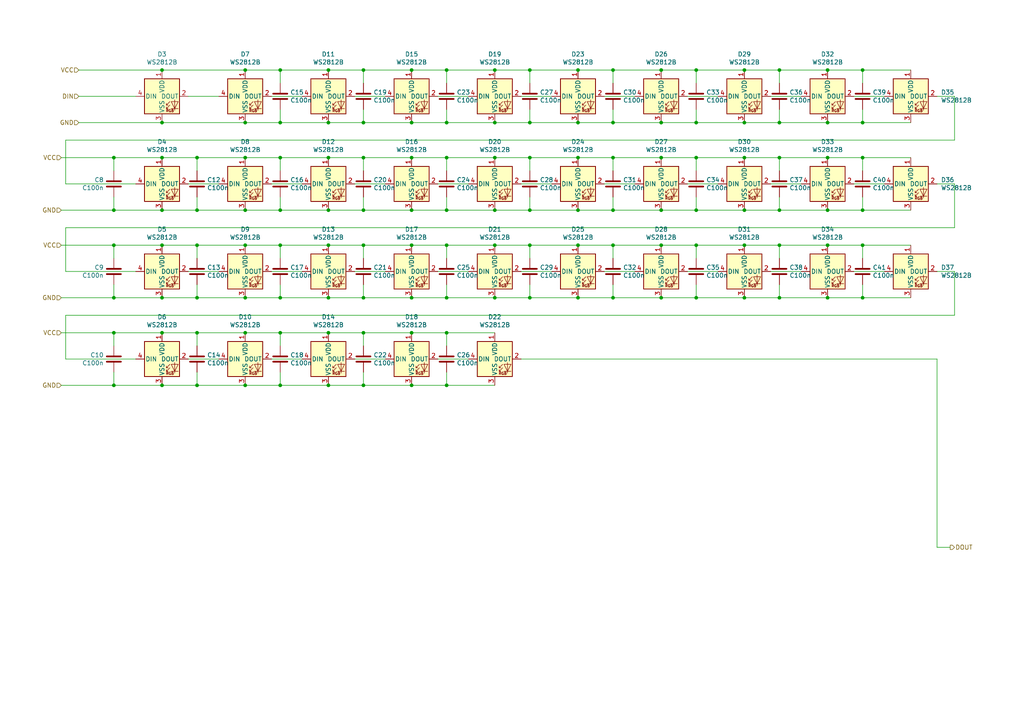
<source format=kicad_sch>
(kicad_sch (version 20231120) (generator "eeschema") (generator_version "8.0")
  (paper "A4")
  (lib_symbols
    (symbol "Device:C" (pin_numbers hide) (pin_names (offset 0.254))
      (property "Reference" "C" (at 0.635 2.54 0))
      (property "Value" "C" (at 0.635 -2.54 0))
      (symbol "C_1_1"
        (pin passive line (at 0 3.81 270) (length 2.794) (name "~") (number "1"))
        (pin passive line (at 0 -3.81 90) (length 2.794) (name "~") (number "2"))
      )
    )
    (symbol "LED:WS2812B" (pin_names (offset 0.254))
      (property "Reference" "D" (at 5.08 5.715 0))
      (property "Value" "WS2812B" (at 1.27 -5.715 0))
      (symbol "WS2812B_0_0"
        (text "RGB" (at 2.286 -4.191 0) (effects (font (size 0.762 0.762))))
      )
      (symbol "WS2812B_1_1"
        (pin power_in line (at 0 7.62 270) (length 2.54) (name "VDD") (number "1"))
        (pin output line (at 7.62 0 180) (length 2.54) (name "DOUT") (number "2"))
        (pin power_in line (at 0 -7.62 90) (length 2.54) (name "VSS") (number "3"))
        (pin input line (at -7.62 0 0) (length 2.54) (name "DIN") (number "4"))
      )
    )
  )
  (junction (at 129.54 45.72) (diameter 0.9144))
  (junction (at 33.02 96.52) (diameter 0.9144))
  (junction (at 95.25 71.12) (diameter 0.9144))
  (junction (at 46.99 111.76) (diameter 0.9144))
  (junction (at 129.54 96.52) (diameter 0.9144))
  (junction (at 215.9 86.36) (diameter 0.9144))
  (junction (at 191.77 60.96) (diameter 0.9144))
  (junction (at 81.28 20.32) (diameter 0.9144))
  (junction (at 240.03 71.12) (diameter 0.9144))
  (junction (at 57.15 60.96) (diameter 0.9144))
  (junction (at 250.19 35.56) (diameter 0.9144))
  (junction (at 177.8 45.72) (diameter 0.9144))
  (junction (at 46.99 60.96) (diameter 0.9144))
  (junction (at 119.38 20.32) (diameter 0.9144))
  (junction (at 201.93 20.32) (diameter 0.9144))
  (junction (at 71.12 71.12) (diameter 0.9144))
  (junction (at 119.38 71.12) (diameter 0.9144))
  (junction (at 129.54 60.96) (diameter 0.9144))
  (junction (at 191.77 35.56) (diameter 0.9144))
  (junction (at 201.93 45.72) (diameter 0.9144))
  (junction (at 250.19 45.72) (diameter 0.9144))
  (junction (at 215.9 71.12) (diameter 0.9144))
  (junction (at 240.03 35.56) (diameter 0.9144))
  (junction (at 46.99 35.56) (diameter 0.9144))
  (junction (at 95.25 86.36) (diameter 0.9144))
  (junction (at 95.25 35.56) (diameter 0.9144))
  (junction (at 119.38 86.36) (diameter 0.9144))
  (junction (at 71.12 45.72) (diameter 0.9144))
  (junction (at 105.41 35.56) (diameter 0.9144))
  (junction (at 240.03 45.72) (diameter 0.9144))
  (junction (at 153.67 86.36) (diameter 0.9144))
  (junction (at 143.51 45.72) (diameter 0.9144))
  (junction (at 95.25 20.32) (diameter 0.9144))
  (junction (at 71.12 96.52) (diameter 0.9144))
  (junction (at 226.06 20.32) (diameter 0.9144))
  (junction (at 81.28 86.36) (diameter 0.9144))
  (junction (at 177.8 86.36) (diameter 0.9144))
  (junction (at 250.19 60.96) (diameter 0.9144))
  (junction (at 191.77 71.12) (diameter 0.9144))
  (junction (at 46.99 86.36) (diameter 0.9144))
  (junction (at 143.51 71.12) (diameter 0.9144))
  (junction (at 167.64 60.96) (diameter 0.9144))
  (junction (at 129.54 86.36) (diameter 0.9144))
  (junction (at 226.06 86.36) (diameter 0.9144))
  (junction (at 57.15 111.76) (diameter 0.9144))
  (junction (at 153.67 60.96) (diameter 0.9144))
  (junction (at 71.12 35.56) (diameter 0.9144))
  (junction (at 81.28 111.76) (diameter 0.9144))
  (junction (at 46.99 71.12) (diameter 0.9144))
  (junction (at 215.9 20.32) (diameter 0.9144))
  (junction (at 191.77 45.72) (diameter 0.9144))
  (junction (at 81.28 96.52) (diameter 0.9144))
  (junction (at 81.28 35.56) (diameter 0.9144))
  (junction (at 240.03 20.32) (diameter 0.9144))
  (junction (at 46.99 96.52) (diameter 0.9144))
  (junction (at 119.38 60.96) (diameter 0.9144))
  (junction (at 57.15 71.12) (diameter 0.9144))
  (junction (at 33.02 86.36) (diameter 0.9144))
  (junction (at 143.51 60.96) (diameter 0.9144))
  (junction (at 240.03 60.96) (diameter 0.9144))
  (junction (at 191.77 20.32) (diameter 0.9144))
  (junction (at 105.41 60.96) (diameter 0.9144))
  (junction (at 167.64 35.56) (diameter 0.9144))
  (junction (at 129.54 111.76) (diameter 0.9144))
  (junction (at 201.93 71.12) (diameter 0.9144))
  (junction (at 153.67 45.72) (diameter 0.9144))
  (junction (at 129.54 35.56) (diameter 0.9144))
  (junction (at 57.15 96.52) (diameter 0.9144))
  (junction (at 95.25 111.76) (diameter 0.9144))
  (junction (at 153.67 20.32) (diameter 0.9144))
  (junction (at 215.9 35.56) (diameter 0.9144))
  (junction (at 177.8 20.32) (diameter 0.9144))
  (junction (at 46.99 45.72) (diameter 0.9144))
  (junction (at 226.06 71.12) (diameter 0.9144))
  (junction (at 33.02 71.12) (diameter 0.9144))
  (junction (at 201.93 35.56) (diameter 0.9144))
  (junction (at 105.41 45.72) (diameter 0.9144))
  (junction (at 153.67 35.56) (diameter 0.9144))
  (junction (at 143.51 86.36) (diameter 0.9144))
  (junction (at 215.9 45.72) (diameter 0.9144))
  (junction (at 177.8 60.96) (diameter 0.9144))
  (junction (at 119.38 45.72) (diameter 0.9144))
  (junction (at 119.38 96.52) (diameter 0.9144))
  (junction (at 71.12 20.32) (diameter 0.9144))
  (junction (at 81.28 60.96) (diameter 0.9144))
  (junction (at 167.64 86.36) (diameter 0.9144))
  (junction (at 46.99 20.32) (diameter 0.9144))
  (junction (at 177.8 71.12) (diameter 0.9144))
  (junction (at 167.64 20.32) (diameter 0.9144))
  (junction (at 167.64 71.12) (diameter 0.9144))
  (junction (at 81.28 71.12) (diameter 0.9144))
  (junction (at 215.9 60.96) (diameter 0.9144))
  (junction (at 105.41 71.12) (diameter 0.9144))
  (junction (at 105.41 20.32) (diameter 0.9144))
  (junction (at 226.06 45.72) (diameter 0.9144))
  (junction (at 250.19 20.32) (diameter 0.9144))
  (junction (at 33.02 111.76) (diameter 0.9144))
  (junction (at 95.25 60.96) (diameter 0.9144))
  (junction (at 153.67 71.12) (diameter 0.9144))
  (junction (at 33.02 45.72) (diameter 0.9144))
  (junction (at 71.12 111.76) (diameter 0.9144))
  (junction (at 71.12 60.96) (diameter 0.9144))
  (junction (at 71.12 86.36) (diameter 0.9144))
  (junction (at 57.15 45.72) (diameter 0.9144))
  (junction (at 129.54 71.12) (diameter 0.9144))
  (junction (at 143.51 35.56) (diameter 0.9144))
  (junction (at 177.8 35.56) (diameter 0.9144))
  (junction (at 95.25 45.72) (diameter 0.9144))
  (junction (at 226.06 60.96) (diameter 0.9144))
  (junction (at 250.19 71.12) (diameter 0.9144))
  (junction (at 167.64 45.72) (diameter 0.9144))
  (junction (at 105.41 111.76) (diameter 0.9144))
  (junction (at 201.93 86.36) (diameter 0.9144))
  (junction (at 119.38 111.76) (diameter 0.9144))
  (junction (at 191.77 86.36) (diameter 0.9144))
  (junction (at 81.28 45.72) (diameter 0.9144))
  (junction (at 95.25 96.52) (diameter 0.9144))
  (junction (at 57.15 86.36) (diameter 0.9144))
  (junction (at 250.19 86.36) (diameter 0.9144))
  (junction (at 119.38 35.56) (diameter 0.9144))
  (junction (at 105.41 96.52) (diameter 0.9144))
  (junction (at 33.02 60.96) (diameter 0.9144))
  (junction (at 129.54 20.32) (diameter 0.9144))
  (junction (at 240.03 86.36) (diameter 0.9144))
  (junction (at 226.06 35.56) (diameter 0.9144))
  (junction (at 201.93 60.96) (diameter 0.9144))
  (junction (at 143.51 20.32) (diameter 0.9144))
  (junction (at 105.41 86.36) (diameter 0.9144))
  (wire (pts (xy 102.87 27.94) (xy 111.76 27.94)))
  (wire (pts (xy 240.03 20.32) (xy 226.06 20.32)))
  (wire (pts (xy 105.41 60.96) (xy 95.25 60.96)))
  (wire (pts (xy 191.77 60.96) (xy 177.8 60.96)))
  (wire (pts (xy 102.87 53.34) (xy 111.76 53.34)))
  (wire (pts (xy 81.28 86.36) (xy 81.28 82.55)))
  (wire (pts (xy 226.06 86.36) (xy 215.9 86.36)))
  (wire (pts (xy 240.03 86.36) (xy 226.06 86.36)))
  (wire (pts (xy 223.52 27.94) (xy 232.41 27.94)))
  (wire (pts (xy 127 104.14) (xy 135.89 104.14)))
  (wire (pts (xy 226.06 74.93) (xy 226.06 71.12)))
  (wire (pts (xy 81.28 60.96) (xy 81.28 57.15)))
  (wire (pts (xy 105.41 111.76) (xy 105.41 107.95)))
  (wire (pts (xy 250.19 86.36) (xy 240.03 86.36)))
  (wire (pts (xy 151.13 53.34) (xy 160.02 53.34)))
  (wire (pts (xy 129.54 111.76) (xy 129.54 107.95)))
  (wire (pts (xy 177.8 35.56) (xy 167.64 35.56)))
  (wire (pts (xy 46.99 111.76) (xy 33.02 111.76)))
  (wire (pts (xy 167.64 71.12) (xy 153.67 71.12)))
  (wire (pts (xy 151.13 78.74) (xy 160.02 78.74)))
  (wire (pts (xy 276.86 53.34) (xy 271.78 53.34)))
  (wire (pts (xy 226.06 45.72) (xy 215.9 45.72)))
  (wire (pts (xy 191.77 45.72) (xy 177.8 45.72)))
  (wire (pts (xy 175.26 53.34) (xy 184.15 53.34)))
  (wire (pts (xy 143.51 96.52) (xy 129.54 96.52)))
  (wire (pts (xy 105.41 60.96) (xy 105.41 57.15)))
  (wire (pts (xy 119.38 35.56) (xy 105.41 35.56)))
  (wire (pts (xy 119.38 60.96) (xy 105.41 60.96)))
  (wire (pts (xy 81.28 35.56) (xy 71.12 35.56)))
  (wire (pts (xy 129.54 86.36) (xy 119.38 86.36)))
  (wire (pts (xy 264.16 86.36) (xy 250.19 86.36)))
  (wire (pts (xy 119.38 45.72) (xy 105.41 45.72)))
  (wire (pts (xy 151.13 27.94) (xy 160.02 27.94)))
  (wire (pts (xy 57.15 45.72) (xy 46.99 45.72)))
  (wire (pts (xy 19.05 91.44) (xy 19.05 104.14)))
  (wire (pts (xy 226.06 86.36) (xy 226.06 82.55)))
  (wire (pts (xy 143.51 20.32) (xy 129.54 20.32)))
  (wire (pts (xy 250.19 86.36) (xy 250.19 82.55)))
  (wire (pts (xy 177.8 74.93) (xy 177.8 71.12)))
  (wire (pts (xy 71.12 60.96) (xy 57.15 60.96)))
  (wire (pts (xy 57.15 111.76) (xy 57.15 107.95)))
  (wire (pts (xy 191.77 20.32) (xy 177.8 20.32)))
  (wire (pts (xy 127 27.94) (xy 135.89 27.94)))
  (wire (pts (xy 250.19 35.56) (xy 250.19 31.75)))
  (wire (pts (xy 226.06 60.96) (xy 215.9 60.96)))
  (wire (pts (xy 167.64 86.36) (xy 153.67 86.36)))
  (wire (pts (xy 19.05 104.14) (xy 39.37 104.14)))
  (wire (pts (xy 22.86 27.94) (xy 39.37 27.94)))
  (wire (pts (xy 46.99 35.56) (xy 71.12 35.56)))
  (wire (pts (xy 215.9 35.56) (xy 201.93 35.56)))
  (wire (pts (xy 81.28 60.96) (xy 71.12 60.96)))
  (wire (pts (xy 247.65 53.34) (xy 256.54 53.34)))
  (wire (pts (xy 226.06 24.13) (xy 226.06 20.32)))
  (wire (pts (xy 105.41 45.72) (xy 95.25 45.72)))
  (wire (pts (xy 33.02 100.33) (xy 33.02 96.52)))
  (wire (pts (xy 95.25 35.56) (xy 81.28 35.56)))
  (wire (pts (xy 105.41 20.32) (xy 95.25 20.32)))
  (wire (pts (xy 167.64 45.72) (xy 153.67 45.72)))
  (wire (pts (xy 71.12 86.36) (xy 57.15 86.36)))
  (wire (pts (xy 201.93 24.13) (xy 201.93 20.32)))
  (wire (pts (xy 215.9 20.32) (xy 201.93 20.32)))
  (wire (pts (xy 201.93 20.32) (xy 191.77 20.32)))
  (wire (pts (xy 201.93 86.36) (xy 201.93 82.55)))
  (wire (pts (xy 276.86 78.74) (xy 276.86 91.44)))
  (wire (pts (xy 119.38 111.76) (xy 105.41 111.76)))
  (wire (pts (xy 71.12 71.12) (xy 57.15 71.12)))
  (wire (pts (xy 201.93 74.93) (xy 201.93 71.12)))
  (wire (pts (xy 250.19 45.72) (xy 240.03 45.72)))
  (wire (pts (xy 127 78.74) (xy 135.89 78.74)))
  (wire (pts (xy 167.64 60.96) (xy 153.67 60.96)))
  (wire (pts (xy 95.25 86.36) (xy 81.28 86.36)))
  (wire (pts (xy 17.78 96.52) (xy 33.02 96.52)))
  (wire (pts (xy 102.87 104.14) (xy 111.76 104.14)))
  (wire (pts (xy 57.15 74.93) (xy 57.15 71.12)))
  (wire (pts (xy 153.67 86.36) (xy 143.51 86.36)))
  (wire (pts (xy 199.39 53.34) (xy 208.28 53.34)))
  (wire (pts (xy 71.12 111.76) (xy 57.15 111.76)))
  (wire (pts (xy 129.54 49.53) (xy 129.54 45.72)))
  (wire (pts (xy 215.9 45.72) (xy 201.93 45.72)))
  (wire (pts (xy 33.02 74.93) (xy 33.02 71.12)))
  (wire (pts (xy 57.15 111.76) (xy 46.99 111.76)))
  (wire (pts (xy 226.06 35.56) (xy 215.9 35.56)))
  (wire (pts (xy 264.16 20.32) (xy 250.19 20.32)))
  (wire (pts (xy 153.67 86.36) (xy 153.67 82.55)))
  (wire (pts (xy 153.67 35.56) (xy 153.67 31.75)))
  (wire (pts (xy 240.03 71.12) (xy 226.06 71.12)))
  (wire (pts (xy 105.41 35.56) (xy 105.41 31.75)))
  (wire (pts (xy 33.02 49.53) (xy 33.02 45.72)))
  (wire (pts (xy 201.93 60.96) (xy 191.77 60.96)))
  (wire (pts (xy 105.41 100.33) (xy 105.41 96.52)))
  (wire (pts (xy 57.15 86.36) (xy 57.15 82.55)))
  (wire (pts (xy 78.74 78.74) (xy 87.63 78.74)))
  (wire (pts (xy 201.93 60.96) (xy 201.93 57.15)))
  (wire (pts (xy 54.61 53.34) (xy 63.5 53.34)))
  (wire (pts (xy 81.28 24.13) (xy 81.28 20.32)))
  (wire (pts (xy 105.41 49.53) (xy 105.41 45.72)))
  (wire (pts (xy 153.67 60.96) (xy 153.67 57.15)))
  (wire (pts (xy 177.8 86.36) (xy 167.64 86.36)))
  (wire (pts (xy 175.26 78.74) (xy 184.15 78.74)))
  (wire (pts (xy 95.25 111.76) (xy 81.28 111.76)))
  (wire (pts (xy 129.54 35.56) (xy 119.38 35.56)))
  (wire (pts (xy 17.78 71.12) (xy 33.02 71.12)))
  (wire (pts (xy 143.51 86.36) (xy 129.54 86.36)))
  (wire (pts (xy 271.78 104.14) (xy 271.78 158.75)))
  (wire (pts (xy 105.41 35.56) (xy 95.25 35.56)))
  (wire (pts (xy 226.06 60.96) (xy 226.06 57.15)))
  (wire (pts (xy 250.19 20.32) (xy 240.03 20.32)))
  (wire (pts (xy 81.28 35.56) (xy 81.28 31.75)))
  (wire (pts (xy 81.28 111.76) (xy 71.12 111.76)))
  (wire (pts (xy 143.51 60.96) (xy 129.54 60.96)))
  (wire (pts (xy 105.41 74.93) (xy 105.41 71.12)))
  (wire (pts (xy 240.03 45.72) (xy 226.06 45.72)))
  (wire (pts (xy 105.41 96.52) (xy 95.25 96.52)))
  (wire (pts (xy 199.39 78.74) (xy 208.28 78.74)))
  (wire (pts (xy 57.15 86.36) (xy 46.99 86.36)))
  (wire (pts (xy 177.8 60.96) (xy 167.64 60.96)))
  (wire (pts (xy 215.9 71.12) (xy 201.93 71.12)))
  (wire (pts (xy 129.54 35.56) (xy 129.54 31.75)))
  (wire (pts (xy 78.74 104.14) (xy 87.63 104.14)))
  (wire (pts (xy 201.93 35.56) (xy 201.93 31.75)))
  (wire (pts (xy 143.51 111.76) (xy 129.54 111.76)))
  (wire (pts (xy 247.65 27.94) (xy 256.54 27.94)))
  (wire (pts (xy 250.19 74.93) (xy 250.19 71.12)))
  (wire (pts (xy 33.02 60.96) (xy 33.02 57.15)))
  (wire (pts (xy 95.25 71.12) (xy 81.28 71.12)))
  (wire (pts (xy 129.54 86.36) (xy 129.54 82.55)))
  (wire (pts (xy 95.25 60.96) (xy 81.28 60.96)))
  (wire (pts (xy 54.61 78.74) (xy 63.5 78.74)))
  (wire (pts (xy 81.28 86.36) (xy 71.12 86.36)))
  (wire (pts (xy 19.05 66.04) (xy 19.05 78.74)))
  (wire (pts (xy 240.03 60.96) (xy 226.06 60.96)))
  (wire (pts (xy 33.02 86.36) (xy 33.02 82.55)))
  (wire (pts (xy 264.16 60.96) (xy 250.19 60.96)))
  (wire (pts (xy 54.61 27.94) (xy 63.5 27.94)))
  (wire (pts (xy 250.19 60.96) (xy 250.19 57.15)))
  (wire (pts (xy 143.51 35.56) (xy 129.54 35.56)))
  (wire (pts (xy 81.28 45.72) (xy 71.12 45.72)))
  (wire (pts (xy 57.15 49.53) (xy 57.15 45.72)))
  (wire (pts (xy 247.65 78.74) (xy 256.54 78.74)))
  (wire (pts (xy 153.67 49.53) (xy 153.67 45.72)))
  (wire (pts (xy 223.52 78.74) (xy 232.41 78.74)))
  (wire (pts (xy 201.93 71.12) (xy 191.77 71.12)))
  (wire (pts (xy 226.06 49.53) (xy 226.06 45.72)))
  (wire (pts (xy 78.74 53.34) (xy 87.63 53.34)))
  (wire (pts (xy 78.74 27.94) (xy 87.63 27.94)))
  (wire (pts (xy 191.77 35.56) (xy 177.8 35.56)))
  (wire (pts (xy 264.16 71.12) (xy 250.19 71.12)))
  (wire (pts (xy 201.93 86.36) (xy 191.77 86.36)))
  (wire (pts (xy 19.05 78.74) (xy 39.37 78.74)))
  (wire (pts (xy 46.99 96.52) (xy 33.02 96.52)))
  (wire (pts (xy 167.64 35.56) (xy 153.67 35.56)))
  (wire (pts (xy 167.64 20.32) (xy 153.67 20.32)))
  (wire (pts (xy 250.19 35.56) (xy 240.03 35.56)))
  (wire (pts (xy 17.78 45.72) (xy 33.02 45.72)))
  (wire (pts (xy 57.15 71.12) (xy 46.99 71.12)))
  (wire (pts (xy 201.93 49.53) (xy 201.93 45.72)))
  (wire (pts (xy 81.28 49.53) (xy 81.28 45.72)))
  (wire (pts (xy 17.78 111.76) (xy 33.02 111.76)))
  (wire (pts (xy 129.54 20.32) (xy 119.38 20.32)))
  (wire (pts (xy 33.02 111.76) (xy 33.02 107.95)))
  (wire (pts (xy 102.87 78.74) (xy 111.76 78.74)))
  (wire (pts (xy 191.77 86.36) (xy 177.8 86.36)))
  (wire (pts (xy 199.39 27.94) (xy 208.28 27.94)))
  (wire (pts (xy 240.03 35.56) (xy 226.06 35.56)))
  (wire (pts (xy 71.12 45.72) (xy 57.15 45.72)))
  (wire (pts (xy 151.13 104.14) (xy 271.78 104.14)))
  (wire (pts (xy 57.15 100.33) (xy 57.15 96.52)))
  (wire (pts (xy 177.8 24.13) (xy 177.8 20.32)))
  (wire (pts (xy 177.8 71.12) (xy 167.64 71.12)))
  (wire (pts (xy 276.86 40.64) (xy 19.05 40.64)))
  (wire (pts (xy 71.12 96.52) (xy 57.15 96.52)))
  (wire (pts (xy 129.54 74.93) (xy 129.54 71.12)))
  (wire (pts (xy 250.19 24.13) (xy 250.19 20.32)))
  (wire (pts (xy 153.67 60.96) (xy 143.51 60.96)))
  (wire (pts (xy 17.78 86.36) (xy 33.02 86.36)))
  (wire (pts (xy 19.05 40.64) (xy 19.05 53.34)))
  (wire (pts (xy 177.8 45.72) (xy 167.64 45.72)))
  (wire (pts (xy 119.38 71.12) (xy 105.41 71.12)))
  (wire (pts (xy 153.67 24.13) (xy 153.67 20.32)))
  (wire (pts (xy 129.54 45.72) (xy 119.38 45.72)))
  (wire (pts (xy 46.99 71.12) (xy 33.02 71.12)))
  (wire (pts (xy 129.54 24.13) (xy 129.54 20.32)))
  (wire (pts (xy 177.8 86.36) (xy 177.8 82.55)))
  (wire (pts (xy 153.67 74.93) (xy 153.67 71.12)))
  (wire (pts (xy 46.99 20.32) (xy 71.12 20.32)))
  (wire (pts (xy 153.67 45.72) (xy 143.51 45.72)))
  (wire (pts (xy 264.16 35.56) (xy 250.19 35.56)))
  (wire (pts (xy 129.54 71.12) (xy 119.38 71.12)))
  (wire (pts (xy 57.15 60.96) (xy 46.99 60.96)))
  (wire (pts (xy 105.41 24.13) (xy 105.41 20.32)))
  (wire (pts (xy 95.25 45.72) (xy 81.28 45.72)))
  (wire (pts (xy 129.54 60.96) (xy 119.38 60.96)))
  (wire (pts (xy 19.05 53.34) (xy 39.37 53.34)))
  (wire (pts (xy 177.8 20.32) (xy 167.64 20.32)))
  (wire (pts (xy 177.8 35.56) (xy 177.8 31.75)))
  (wire (pts (xy 22.86 20.32) (xy 46.99 20.32)))
  (wire (pts (xy 22.86 35.56) (xy 46.99 35.56)))
  (wire (pts (xy 276.86 66.04) (xy 19.05 66.04)))
  (wire (pts (xy 105.41 71.12) (xy 95.25 71.12)))
  (wire (pts (xy 226.06 20.32) (xy 215.9 20.32)))
  (wire (pts (xy 264.16 45.72) (xy 250.19 45.72)))
  (wire (pts (xy 250.19 71.12) (xy 240.03 71.12)))
  (wire (pts (xy 276.86 53.34) (xy 276.86 66.04)))
  (wire (pts (xy 95.25 96.52) (xy 81.28 96.52)))
  (wire (pts (xy 46.99 60.96) (xy 33.02 60.96)))
  (wire (pts (xy 119.38 96.52) (xy 105.41 96.52)))
  (wire (pts (xy 153.67 71.12) (xy 143.51 71.12)))
  (wire (pts (xy 119.38 86.36) (xy 105.41 86.36)))
  (wire (pts (xy 81.28 71.12) (xy 71.12 71.12)))
  (wire (pts (xy 105.41 86.36) (xy 105.41 82.55)))
  (wire (pts (xy 201.93 35.56) (xy 191.77 35.56)))
  (wire (pts (xy 81.28 96.52) (xy 71.12 96.52)))
  (wire (pts (xy 250.19 60.96) (xy 240.03 60.96)))
  (wire (pts (xy 57.15 60.96) (xy 57.15 57.15)))
  (wire (pts (xy 153.67 35.56) (xy 143.51 35.56)))
  (wire (pts (xy 95.25 20.32) (xy 81.28 20.32)))
  (wire (pts (xy 81.28 111.76) (xy 81.28 107.95)))
  (wire (pts (xy 223.52 53.34) (xy 232.41 53.34)))
  (wire (pts (xy 81.28 20.32) (xy 71.12 20.32)))
  (wire (pts (xy 226.06 35.56) (xy 226.06 31.75)))
  (wire (pts (xy 127 53.34) (xy 135.89 53.34)))
  (wire (pts (xy 177.8 60.96) (xy 177.8 57.15)))
  (wire (pts (xy 215.9 86.36) (xy 201.93 86.36)))
  (wire (pts (xy 57.15 96.52) (xy 46.99 96.52)))
  (wire (pts (xy 276.86 27.94) (xy 276.86 40.64)))
  (wire (pts (xy 105.41 86.36) (xy 95.25 86.36)))
  (wire (pts (xy 215.9 60.96) (xy 201.93 60.96)))
  (wire (pts (xy 105.41 111.76) (xy 95.25 111.76)))
  (wire (pts (xy 46.99 45.72) (xy 33.02 45.72)))
  (wire (pts (xy 143.51 45.72) (xy 129.54 45.72)))
  (wire (pts (xy 201.93 45.72) (xy 191.77 45.72)))
  (wire (pts (xy 271.78 158.75) (xy 275.59 158.75)))
  (wire (pts (xy 129.54 60.96) (xy 129.54 57.15)))
  (wire (pts (xy 143.51 71.12) (xy 129.54 71.12)))
  (wire (pts (xy 177.8 49.53) (xy 177.8 45.72)))
  (wire (pts (xy 17.78 60.96) (xy 33.02 60.96)))
  (wire (pts (xy 175.26 27.94) (xy 184.15 27.94)))
  (wire (pts (xy 46.99 86.36) (xy 33.02 86.36)))
  (wire (pts (xy 271.78 78.74) (xy 276.86 78.74)))
  (wire (pts (xy 81.28 74.93) (xy 81.28 71.12)))
  (wire (pts (xy 54.61 104.14) (xy 63.5 104.14)))
  (wire (pts (xy 271.78 27.94) (xy 276.86 27.94)))
  (wire (pts (xy 119.38 20.32) (xy 105.41 20.32)))
  (wire (pts (xy 129.54 100.33) (xy 129.54 96.52)))
  (wire (pts (xy 153.67 20.32) (xy 143.51 20.32)))
  (wire (pts (xy 81.28 100.33) (xy 81.28 96.52)))
  (wire (pts (xy 19.05 91.44) (xy 276.86 91.44)))
  (wire (pts (xy 226.06 71.12) (xy 215.9 71.12)))
  (wire (pts (xy 129.54 96.52) (xy 119.38 96.52)))
  (wire (pts (xy 129.54 111.76) (xy 119.38 111.76)))
  (wire (pts (xy 191.77 71.12) (xy 177.8 71.12)))
  (wire (pts (xy 250.19 49.53) (xy 250.19 45.72)))
  (hierarchical_label "DOUT" (shape output) (at 275.59 158.75 0))
  (hierarchical_label "VCC" (shape input) (at 17.78 45.72 180))
  (hierarchical_label "VCC" (shape input) (at 17.78 71.12 180))
  (hierarchical_label "GND" (shape input) (at 17.78 60.96 180))
  (hierarchical_label "DIN" (shape input) (at 22.86 27.94 180))
  (hierarchical_label "GND" (shape input) (at 17.78 86.36 180))
  (hierarchical_label "GND" (shape input) (at 22.86 35.56 180))
  (hierarchical_label "VCC" (shape input) (at 22.86 20.32 180))
  (hierarchical_label "VCC" (shape input) (at 17.78 96.52 180))
  (hierarchical_label "GND" (shape input) (at 17.78 111.76 180))
  (symbol (lib_id "LED:WS2812B") (at 46.99 27.94 0) (unit 1)
    (property "Reference" "D3" (at 46.99 15.7226 0))
    (property "Value" "WS2812B" (at 46.99 18.034 0))
    (property "Footprint" "LED_SMD:LED_SK6812MINI_PLCC4_3.5x3.5mm_P1.75mm" (effects (hide yes)))
    (property "Datasheet" "https://cdn-shop.adafruit.com/datasheets/WS2812B.pdf" (effects (hide yes)))
    (instances (project "leuchtibrille" (path "" (reference "D3") (unit 1)) (path "" (reference "D38") (unit 1)) (path "" (reference "D73") (unit 1)) (path "" (reference "D108") (unit 1))))
  )
  (symbol (lib_id "LED:WS2812B") (at 71.12 27.94 0) (unit 1)
    (property "Reference" "D7" (at 71.12 15.7226 0))
    (property "Value" "WS2812B" (at 71.12 18.034 0))
    (property "Footprint" "LED_SMD:LED_SK6812MINI_PLCC4_3.5x3.5mm_P1.75mm" (effects (hide yes)))
    (property "Datasheet" "https://cdn-shop.adafruit.com/datasheets/WS2812B.pdf" (effects (hide yes)))
    (instances (project "leuchtibrille" (path "" (reference "D7") (unit 1)) (path "" (reference "D42") (unit 1)) (path "" (reference "D77") (unit 1)) (path "" (reference "D112") (unit 1))))
  )
  (symbol (lib_id "Device:C") (at 81.28 27.94 0) (unit 1)
    (property "Reference" "C15" (at 84.201 26.7716 0) (effects (justify left)))
    (property "Value" "C100n" (at 84.201 29.083 0) (effects (justify left)))
    (property "Footprint" "Capacitor_SMD:C_0603_1608Metric_Pad1.08x0.95mm_HandSolder" (effects (hide yes)))
    (instances (project "leuchtibrille" (path "" (reference "C15") (unit 1)) (path "" (reference "C50") (unit 1)) (path "" (reference "C85") (unit 1)) (path "" (reference "C120") (unit 1))))
  )
  (symbol (lib_id "LED:WS2812B") (at 95.25 27.94 0) (unit 1)
    (property "Reference" "D11" (at 95.25 15.7226 0))
    (property "Value" "WS2812B" (at 95.25 18.034 0))
    (property "Footprint" "LED_SMD:LED_SK6812MINI_PLCC4_3.5x3.5mm_P1.75mm" (effects (hide yes)))
    (property "Datasheet" "https://cdn-shop.adafruit.com/datasheets/WS2812B.pdf" (effects (hide yes)))
    (instances (project "leuchtibrille" (path "" (reference "D11") (unit 1)) (path "" (reference "D46") (unit 1)) (path "" (reference "D81") (unit 1)) (path "" (reference "D116") (unit 1))))
  )
  (symbol (lib_id "Device:C") (at 105.41 27.94 0) (unit 1)
    (property "Reference" "C19" (at 108.331 26.7716 0) (effects (justify left)))
    (property "Value" "C100n" (at 108.331 29.083 0) (effects (justify left)))
    (property "Footprint" "Capacitor_SMD:C_0603_1608Metric_Pad1.08x0.95mm_HandSolder" (effects (hide yes)))
    (instances (project "leuchtibrille" (path "" (reference "C19") (unit 1)) (path "" (reference "C54") (unit 1)) (path "" (reference "C89") (unit 1)) (path "" (reference "C124") (unit 1))))
  )
  (symbol (lib_id "LED:WS2812B") (at 119.38 27.94 0) (unit 1)
    (property "Reference" "D15" (at 119.38 15.7226 0))
    (property "Value" "WS2812B" (at 119.38 18.034 0))
    (property "Footprint" "LED_SMD:LED_SK6812MINI_PLCC4_3.5x3.5mm_P1.75mm" (effects (hide yes)))
    (property "Datasheet" "https://cdn-shop.adafruit.com/datasheets/WS2812B.pdf" (effects (hide yes)))
    (instances (project "leuchtibrille" (path "" (reference "D15") (unit 1)) (path "" (reference "D50") (unit 1)) (path "" (reference "D85") (unit 1)) (path "" (reference "D120") (unit 1))))
  )
  (symbol (lib_id "Device:C") (at 129.54 27.94 0) (unit 1)
    (property "Reference" "C23" (at 132.461 26.7716 0) (effects (justify left)))
    (property "Value" "C100n" (at 132.461 29.083 0) (effects (justify left)))
    (property "Footprint" "Capacitor_SMD:C_0603_1608Metric_Pad1.08x0.95mm_HandSolder" (effects (hide yes)))
    (instances (project "leuchtibrille" (path "" (reference "C23") (unit 1)) (path "" (reference "C58") (unit 1)) (path "" (reference "C93") (unit 1)) (path "" (reference "C128") (unit 1))))
  )
  (symbol (lib_id "LED:WS2812B") (at 143.51 27.94 0) (unit 1)
    (property "Reference" "D19" (at 143.51 15.7226 0))
    (property "Value" "WS2812B" (at 143.51 18.034 0))
    (property "Footprint" "LED_SMD:LED_SK6812MINI_PLCC4_3.5x3.5mm_P1.75mm" (effects (hide yes)))
    (property "Datasheet" "https://cdn-shop.adafruit.com/datasheets/WS2812B.pdf" (effects (hide yes)))
    (instances (project "leuchtibrille" (path "" (reference "D19") (unit 1)) (path "" (reference "D54") (unit 1)) (path "" (reference "D89") (unit 1)) (path "" (reference "D124") (unit 1))))
  )
  (symbol (lib_id "LED:WS2812B") (at 167.64 27.94 0) (unit 1)
    (property "Reference" "D23" (at 167.64 15.7226 0))
    (property "Value" "WS2812B" (at 167.64 18.034 0))
    (property "Footprint" "LED_SMD:LED_SK6812MINI_PLCC4_3.5x3.5mm_P1.75mm" (effects (hide yes)))
    (property "Datasheet" "https://cdn-shop.adafruit.com/datasheets/WS2812B.pdf" (effects (hide yes)))
    (instances (project "leuchtibrille" (path "" (reference "D23") (unit 1)) (path "" (reference "D58") (unit 1)) (path "" (reference "D93") (unit 1)) (path "" (reference "D128") (unit 1))))
  )
  (symbol (lib_id "Device:C") (at 177.8 27.94 0) (unit 1)
    (property "Reference" "C30" (at 180.721 26.7716 0) (effects (justify left)))
    (property "Value" "C100n" (at 180.721 29.083 0) (effects (justify left)))
    (property "Footprint" "Capacitor_SMD:C_0603_1608Metric_Pad1.08x0.95mm_HandSolder" (effects (hide yes)))
    (instances (project "leuchtibrille" (path "" (reference "C30") (unit 1)) (path "" (reference "C65") (unit 1)) (path "" (reference "C100") (unit 1)) (path "" (reference "C135") (unit 1))))
  )
  (symbol (lib_id "LED:WS2812B") (at 191.77 27.94 0) (unit 1)
    (property "Reference" "D26" (at 191.77 15.7226 0))
    (property "Value" "WS2812B" (at 191.77 18.034 0))
    (property "Footprint" "LED_SMD:LED_SK6812MINI_PLCC4_3.5x3.5mm_P1.75mm" (effects (hide yes)))
    (property "Datasheet" "https://cdn-shop.adafruit.com/datasheets/WS2812B.pdf" (effects (hide yes)))
    (instances (project "leuchtibrille" (path "" (reference "D26") (unit 1)) (path "" (reference "D61") (unit 1)) (path "" (reference "D96") (unit 1)) (path "" (reference "D131") (unit 1))))
  )
  (symbol (lib_id "Device:C") (at 201.93 27.94 0) (unit 1)
    (property "Reference" "C33" (at 204.851 26.7716 0) (effects (justify left)))
    (property "Value" "C100n" (at 204.851 29.083 0) (effects (justify left)))
    (property "Footprint" "Capacitor_SMD:C_0603_1608Metric_Pad1.08x0.95mm_HandSolder" (effects (hide yes)))
    (instances (project "leuchtibrille" (path "" (reference "C33") (unit 1)) (path "" (reference "C68") (unit 1)) (path "" (reference "C103") (unit 1)) (path "" (reference "C138") (unit 1))))
  )
  (symbol (lib_id "LED:WS2812B") (at 215.9 27.94 0) (unit 1)
    (property "Reference" "D29" (at 215.9 15.7226 0))
    (property "Value" "WS2812B" (at 215.9 18.034 0))
    (property "Footprint" "LED_SMD:LED_SK6812MINI_PLCC4_3.5x3.5mm_P1.75mm" (effects (hide yes)))
    (property "Datasheet" "https://cdn-shop.adafruit.com/datasheets/WS2812B.pdf" (effects (hide yes)))
    (instances (project "leuchtibrille" (path "" (reference "D29") (unit 1)) (path "" (reference "D64") (unit 1)) (path "" (reference "D99") (unit 1)) (path "" (reference "D134") (unit 1))))
  )
  (symbol (lib_id "Device:C") (at 226.06 27.94 0) (unit 1)
    (property "Reference" "C36" (at 228.981 26.7716 0) (effects (justify left)))
    (property "Value" "C100n" (at 228.981 29.083 0) (effects (justify left)))
    (property "Footprint" "Capacitor_SMD:C_0603_1608Metric_Pad1.08x0.95mm_HandSolder" (effects (hide yes)))
    (instances (project "leuchtibrille" (path "" (reference "C36") (unit 1)) (path "" (reference "C71") (unit 1)) (path "" (reference "C106") (unit 1)) (path "" (reference "C141") (unit 1))))
  )
  (symbol (lib_id "LED:WS2812B") (at 240.03 27.94 0) (unit 1)
    (property "Reference" "D32" (at 240.03 15.7226 0))
    (property "Value" "WS2812B" (at 240.03 18.034 0))
    (property "Footprint" "LED_SMD:LED_SK6812MINI_PLCC4_3.5x3.5mm_P1.75mm" (effects (hide yes)))
    (property "Datasheet" "https://cdn-shop.adafruit.com/datasheets/WS2812B.pdf" (effects (hide yes)))
    (instances (project "leuchtibrille" (path "" (reference "D32") (unit 1)) (path "" (reference "D67") (unit 1)) (path "" (reference "D102") (unit 1)) (path "" (reference "D137") (unit 1))))
  )
  (symbol (lib_id "Device:C") (at 250.19 27.94 0) (unit 1)
    (property "Reference" "C39" (at 253.111 26.7716 0) (effects (justify left)))
    (property "Value" "C100n" (at 253.111 29.083 0) (effects (justify left)))
    (property "Footprint" "Capacitor_SMD:C_0603_1608Metric_Pad1.08x0.95mm_HandSolder" (effects (hide yes)))
    (instances (project "leuchtibrille" (path "" (reference "C39") (unit 1)) (path "" (reference "C74") (unit 1)) (path "" (reference "C109") (unit 1)) (path "" (reference "C144") (unit 1))))
  )
  (symbol (lib_id "LED:WS2812B") (at 264.16 27.94 0) (unit 1)
    (property "Reference" "D35" (at 272.8976 26.7716 0) (effects (justify left)))
    (property "Value" "WS2812B" (at 272.8976 29.083 0) (effects (justify left)))
    (property "Footprint" "LED_SMD:LED_SK6812MINI_PLCC4_3.5x3.5mm_P1.75mm" (effects (hide yes)))
    (property "Datasheet" "https://cdn-shop.adafruit.com/datasheets/WS2812B.pdf" (effects (hide yes)))
    (instances (project "leuchtibrille" (path "" (reference "D35") (unit 1)) (path "" (reference "D70") (unit 1)) (path "" (reference "D105") (unit 1)) (path "" (reference "D140") (unit 1))))
  )
  (symbol (lib_id "Device:C") (at 153.67 27.94 0) (unit 1)
    (property "Reference" "C27" (at 156.591 26.7716 0) (effects (justify left)))
    (property "Value" "C100n" (at 156.591 29.083 0) (effects (justify left)))
    (property "Footprint" "Capacitor_SMD:C_0603_1608Metric_Pad1.08x0.95mm_HandSolder" (effects (hide yes)))
    (instances (project "leuchtibrille" (path "" (reference "C27") (unit 1)) (path "" (reference "C62") (unit 1)) (path "" (reference "C97") (unit 1)) (path "" (reference "C132") (unit 1))))
  )
  (symbol (lib_id "LED:WS2812B") (at 46.99 53.34 0) (unit 1)
    (property "Reference" "D4" (at 46.99 41.1226 0))
    (property "Value" "WS2812B" (at 46.99 43.434 0))
    (property "Footprint" "LED_SMD:LED_SK6812MINI_PLCC4_3.5x3.5mm_P1.75mm" (effects (hide yes)))
    (property "Datasheet" "https://cdn-shop.adafruit.com/datasheets/WS2812B.pdf" (effects (hide yes)))
    (instances (project "leuchtibrille" (path "" (reference "D4") (unit 1)) (path "" (reference "D39") (unit 1)) (path "" (reference "D74") (unit 1)) (path "" (reference "D109") (unit 1))))
  )
  (symbol (lib_id "Device:C") (at 57.15 53.34 0) (unit 1)
    (property "Reference" "C12" (at 60.071 52.1716 0) (effects (justify left)))
    (property "Value" "C100n" (at 60.071 54.483 0) (effects (justify left)))
    (property "Footprint" "Capacitor_SMD:C_0603_1608Metric_Pad1.08x0.95mm_HandSolder" (effects (hide yes)))
    (instances (project "leuchtibrille" (path "" (reference "C12") (unit 1)) (path "" (reference "C47") (unit 1)) (path "" (reference "C82") (unit 1)) (path "" (reference "C117") (unit 1))))
  )
  (symbol (lib_id "LED:WS2812B") (at 71.12 53.34 0) (unit 1)
    (property "Reference" "D8" (at 71.12 41.1226 0))
    (property "Value" "WS2812B" (at 71.12 43.434 0))
    (property "Footprint" "LED_SMD:LED_SK6812MINI_PLCC4_3.5x3.5mm_P1.75mm" (effects (hide yes)))
    (property "Datasheet" "https://cdn-shop.adafruit.com/datasheets/WS2812B.pdf" (effects (hide yes)))
    (instances (project "leuchtibrille" (path "" (reference "D8") (unit 1)) (path "" (reference "D43") (unit 1)) (path "" (reference "D78") (unit 1)) (path "" (reference "D113") (unit 1))))
  )
  (symbol (lib_id "Device:C") (at 81.28 53.34 0) (unit 1)
    (property "Reference" "C16" (at 84.201 52.1716 0) (effects (justify left)))
    (property "Value" "C100n" (at 84.201 54.483 0) (effects (justify left)))
    (property "Footprint" "Capacitor_SMD:C_0603_1608Metric_Pad1.08x0.95mm_HandSolder" (effects (hide yes)))
    (instances (project "leuchtibrille" (path "" (reference "C16") (unit 1)) (path "" (reference "C51") (unit 1)) (path "" (reference "C86") (unit 1)) (path "" (reference "C121") (unit 1))))
  )
  (symbol (lib_id "LED:WS2812B") (at 95.25 53.34 0) (unit 1)
    (property "Reference" "D12" (at 95.25 41.1226 0))
    (property "Value" "WS2812B" (at 95.25 43.434 0))
    (property "Footprint" "LED_SMD:LED_SK6812MINI_PLCC4_3.5x3.5mm_P1.75mm" (effects (hide yes)))
    (property "Datasheet" "https://cdn-shop.adafruit.com/datasheets/WS2812B.pdf" (effects (hide yes)))
    (instances (project "leuchtibrille" (path "" (reference "D12") (unit 1)) (path "" (reference "D47") (unit 1)) (path "" (reference "D82") (unit 1)) (path "" (reference "D117") (unit 1))))
  )
  (symbol (lib_id "Device:C") (at 105.41 53.34 0) (unit 1)
    (property "Reference" "C20" (at 108.331 52.1716 0) (effects (justify left)))
    (property "Value" "C100n" (at 108.331 54.483 0) (effects (justify left)))
    (property "Footprint" "Capacitor_SMD:C_0603_1608Metric_Pad1.08x0.95mm_HandSolder" (effects (hide yes)))
    (instances (project "leuchtibrille" (path "" (reference "C20") (unit 1)) (path "" (reference "C55") (unit 1)) (path "" (reference "C90") (unit 1)) (path "" (reference "C125") (unit 1))))
  )
  (symbol (lib_id "LED:WS2812B") (at 119.38 53.34 0) (unit 1)
    (property "Reference" "D16" (at 119.38 41.1226 0))
    (property "Value" "WS2812B" (at 119.38 43.434 0))
    (property "Footprint" "LED_SMD:LED_SK6812MINI_PLCC4_3.5x3.5mm_P1.75mm" (effects (hide yes)))
    (property "Datasheet" "https://cdn-shop.adafruit.com/datasheets/WS2812B.pdf" (effects (hide yes)))
    (instances (project "leuchtibrille" (path "" (reference "D16") (unit 1)) (path "" (reference "D51") (unit 1)) (path "" (reference "D86") (unit 1)) (path "" (reference "D121") (unit 1))))
  )
  (symbol (lib_id "Device:C") (at 129.54 53.34 0) (unit 1)
    (property "Reference" "C24" (at 132.461 52.1716 0) (effects (justify left)))
    (property "Value" "C100n" (at 132.461 54.483 0) (effects (justify left)))
    (property "Footprint" "Capacitor_SMD:C_0603_1608Metric_Pad1.08x0.95mm_HandSolder" (effects (hide yes)))
    (instances (project "leuchtibrille" (path "" (reference "C24") (unit 1)) (path "" (reference "C59") (unit 1)) (path "" (reference "C94") (unit 1)) (path "" (reference "C129") (unit 1))))
  )
  (symbol (lib_id "LED:WS2812B") (at 143.51 53.34 0) (unit 1)
    (property "Reference" "D20" (at 143.51 41.1226 0))
    (property "Value" "WS2812B" (at 143.51 43.434 0))
    (property "Footprint" "LED_SMD:LED_SK6812MINI_PLCC4_3.5x3.5mm_P1.75mm" (effects (hide yes)))
    (property "Datasheet" "https://cdn-shop.adafruit.com/datasheets/WS2812B.pdf" (effects (hide yes)))
    (instances (project "leuchtibrille" (path "" (reference "D20") (unit 1)) (path "" (reference "D55") (unit 1)) (path "" (reference "D90") (unit 1)) (path "" (reference "D125") (unit 1))))
  )
  (symbol (lib_id "Device:C") (at 33.02 53.34 0) (unit 1)
    (property "Reference" "C8" (at 30.099 52.1716 0) (effects (justify right)))
    (property "Value" "C100n" (at 30.099 54.483 0) (effects (justify right)))
    (property "Footprint" "Capacitor_SMD:C_0603_1608Metric_Pad1.08x0.95mm_HandSolder" (effects (hide yes)))
    (instances (project "leuchtibrille" (path "" (reference "C8") (unit 1)) (path "" (reference "C43") (unit 1)) (path "" (reference "C78") (unit 1)) (path "" (reference "C113") (unit 1))))
  )
  (symbol (lib_id "LED:WS2812B") (at 167.64 53.34 0) (unit 1)
    (property "Reference" "D24" (at 167.64 41.1226 0))
    (property "Value" "WS2812B" (at 167.64 43.434 0))
    (property "Footprint" "LED_SMD:LED_SK6812MINI_PLCC4_3.5x3.5mm_P1.75mm" (effects (hide yes)))
    (property "Datasheet" "https://cdn-shop.adafruit.com/datasheets/WS2812B.pdf" (effects (hide yes)))
    (instances (project "leuchtibrille" (path "" (reference "D24") (unit 1)) (path "" (reference "D59") (unit 1)) (path "" (reference "D94") (unit 1)) (path "" (reference "D129") (unit 1))))
  )
  (symbol (lib_id "Device:C") (at 177.8 53.34 0) (unit 1)
    (property "Reference" "C31" (at 180.721 52.1716 0) (effects (justify left)))
    (property "Value" "C100n" (at 180.721 54.483 0) (effects (justify left)))
    (property "Footprint" "Capacitor_SMD:C_0603_1608Metric_Pad1.08x0.95mm_HandSolder" (effects (hide yes)))
    (instances (project "leuchtibrille" (path "" (reference "C31") (unit 1)) (path "" (reference "C66") (unit 1)) (path "" (reference "C101") (unit 1)) (path "" (reference "C136") (unit 1))))
  )
  (symbol (lib_id "LED:WS2812B") (at 191.77 53.34 0) (unit 1)
    (property "Reference" "D27" (at 191.77 41.1226 0))
    (property "Value" "WS2812B" (at 191.77 43.434 0))
    (property "Footprint" "LED_SMD:LED_SK6812MINI_PLCC4_3.5x3.5mm_P1.75mm" (effects (hide yes)))
    (property "Datasheet" "https://cdn-shop.adafruit.com/datasheets/WS2812B.pdf" (effects (hide yes)))
    (instances (project "leuchtibrille" (path "" (reference "D27") (unit 1)) (path "" (reference "D62") (unit 1)) (path "" (reference "D97") (unit 1)) (path "" (reference "D132") (unit 1))))
  )
  (symbol (lib_id "Device:C") (at 201.93 53.34 0) (unit 1)
    (property "Reference" "C34" (at 204.851 52.1716 0) (effects (justify left)))
    (property "Value" "C100n" (at 204.851 54.483 0) (effects (justify left)))
    (property "Footprint" "Capacitor_SMD:C_0603_1608Metric_Pad1.08x0.95mm_HandSolder" (effects (hide yes)))
    (instances (project "leuchtibrille" (path "" (reference "C34") (unit 1)) (path "" (reference "C69") (unit 1)) (path "" (reference "C104") (unit 1)) (path "" (reference "C139") (unit 1))))
  )
  (symbol (lib_id "LED:WS2812B") (at 215.9 53.34 0) (unit 1)
    (property "Reference" "D30" (at 215.9 41.1226 0))
    (property "Value" "WS2812B" (at 215.9 43.434 0))
    (property "Footprint" "LED_SMD:LED_SK6812MINI_PLCC4_3.5x3.5mm_P1.75mm" (effects (hide yes)))
    (property "Datasheet" "https://cdn-shop.adafruit.com/datasheets/WS2812B.pdf" (effects (hide yes)))
    (instances (project "leuchtibrille" (path "" (reference "D30") (unit 1)) (path "" (reference "D65") (unit 1)) (path "" (reference "D100") (unit 1)) (path "" (reference "D135") (unit 1))))
  )
  (symbol (lib_id "Device:C") (at 226.06 53.34 0) (unit 1)
    (property "Reference" "C37" (at 228.981 52.1716 0) (effects (justify left)))
    (property "Value" "C100n" (at 228.981 54.483 0) (effects (justify left)))
    (property "Footprint" "Capacitor_SMD:C_0603_1608Metric_Pad1.08x0.95mm_HandSolder" (effects (hide yes)))
    (instances (project "leuchtibrille" (path "" (reference "C37") (unit 1)) (path "" (reference "C72") (unit 1)) (path "" (reference "C107") (unit 1)) (path "" (reference "C142") (unit 1))))
  )
  (symbol (lib_id "LED:WS2812B") (at 240.03 53.34 0) (unit 1)
    (property "Reference" "D33" (at 240.03 41.1226 0))
    (property "Value" "WS2812B" (at 240.03 43.434 0))
    (property "Footprint" "LED_SMD:LED_SK6812MINI_PLCC4_3.5x3.5mm_P1.75mm" (effects (hide yes)))
    (property "Datasheet" "https://cdn-shop.adafruit.com/datasheets/WS2812B.pdf" (effects (hide yes)))
    (instances (project "leuchtibrille" (path "" (reference "D33") (unit 1)) (path "" (reference "D68") (unit 1)) (path "" (reference "D103") (unit 1)) (path "" (reference "D138") (unit 1))))
  )
  (symbol (lib_id "Device:C") (at 250.19 53.34 0) (unit 1)
    (property "Reference" "C40" (at 253.111 52.1716 0) (effects (justify left)))
    (property "Value" "C100n" (at 253.111 54.483 0) (effects (justify left)))
    (property "Footprint" "Capacitor_SMD:C_0603_1608Metric_Pad1.08x0.95mm_HandSolder" (effects (hide yes)))
    (instances (project "leuchtibrille" (path "" (reference "C40") (unit 1)) (path "" (reference "C75") (unit 1)) (path "" (reference "C110") (unit 1)) (path "" (reference "C145") (unit 1))))
  )
  (symbol (lib_id "LED:WS2812B") (at 264.16 53.34 0) (unit 1)
    (property "Reference" "D36" (at 272.8976 52.1716 0) (effects (justify left)))
    (property "Value" "WS2812B" (at 272.8976 54.483 0) (effects (justify left)))
    (property "Footprint" "LED_SMD:LED_SK6812MINI_PLCC4_3.5x3.5mm_P1.75mm" (effects (hide yes)))
    (property "Datasheet" "https://cdn-shop.adafruit.com/datasheets/WS2812B.pdf" (effects (hide yes)))
    (instances (project "leuchtibrille" (path "" (reference "D36") (unit 1)) (path "" (reference "D71") (unit 1)) (path "" (reference "D106") (unit 1)) (path "" (reference "D141") (unit 1))))
  )
  (symbol (lib_id "Device:C") (at 153.67 53.34 0) (unit 1)
    (property "Reference" "C28" (at 156.591 52.1716 0) (effects (justify left)))
    (property "Value" "C100n" (at 156.591 54.483 0) (effects (justify left)))
    (property "Footprint" "Capacitor_SMD:C_0603_1608Metric_Pad1.08x0.95mm_HandSolder" (effects (hide yes)))
    (instances (project "leuchtibrille" (path "" (reference "C28") (unit 1)) (path "" (reference "C63") (unit 1)) (path "" (reference "C98") (unit 1)) (path "" (reference "C133") (unit 1))))
  )
  (symbol (lib_id "LED:WS2812B") (at 46.99 78.74 0) (unit 1)
    (property "Reference" "D5" (at 46.99 66.5226 0))
    (property "Value" "WS2812B" (at 46.99 68.834 0))
    (property "Footprint" "LED_SMD:LED_SK6812MINI_PLCC4_3.5x3.5mm_P1.75mm" (effects (hide yes)))
    (property "Datasheet" "https://cdn-shop.adafruit.com/datasheets/WS2812B.pdf" (effects (hide yes)))
    (instances (project "leuchtibrille" (path "" (reference "D5") (unit 1)) (path "" (reference "D40") (unit 1)) (path "" (reference "D75") (unit 1)) (path "" (reference "D110") (unit 1))))
  )
  (symbol (lib_id "Device:C") (at 57.15 78.74 0) (unit 1)
    (property "Reference" "C13" (at 60.071 77.5716 0) (effects (justify left)))
    (property "Value" "C100n" (at 60.071 79.883 0) (effects (justify left)))
    (property "Footprint" "Capacitor_SMD:C_0603_1608Metric_Pad1.08x0.95mm_HandSolder" (effects (hide yes)))
    (instances (project "leuchtibrille" (path "" (reference "C13") (unit 1)) (path "" (reference "C48") (unit 1)) (path "" (reference "C83") (unit 1)) (path "" (reference "C118") (unit 1))))
  )
  (symbol (lib_id "LED:WS2812B") (at 71.12 78.74 0) (unit 1)
    (property "Reference" "D9" (at 71.12 66.5226 0))
    (property "Value" "WS2812B" (at 71.12 68.834 0))
    (property "Footprint" "LED_SMD:LED_SK6812MINI_PLCC4_3.5x3.5mm_P1.75mm" (effects (hide yes)))
    (property "Datasheet" "https://cdn-shop.adafruit.com/datasheets/WS2812B.pdf" (effects (hide yes)))
    (instances (project "leuchtibrille" (path "" (reference "D9") (unit 1)) (path "" (reference "D44") (unit 1)) (path "" (reference "D79") (unit 1)) (path "" (reference "D114") (unit 1))))
  )
  (symbol (lib_id "Device:C") (at 81.28 78.74 0) (unit 1)
    (property "Reference" "C17" (at 84.201 77.5716 0) (effects (justify left)))
    (property "Value" "C100n" (at 84.201 79.883 0) (effects (justify left)))
    (property "Footprint" "Capacitor_SMD:C_0603_1608Metric_Pad1.08x0.95mm_HandSolder" (effects (hide yes)))
    (instances (project "leuchtibrille" (path "" (reference "C17") (unit 1)) (path "" (reference "C52") (unit 1)) (path "" (reference "C87") (unit 1)) (path "" (reference "C122") (unit 1))))
  )
  (symbol (lib_id "LED:WS2812B") (at 95.25 78.74 0) (unit 1)
    (property "Reference" "D13" (at 95.25 66.5226 0))
    (property "Value" "WS2812B" (at 95.25 68.834 0))
    (property "Footprint" "LED_SMD:LED_SK6812MINI_PLCC4_3.5x3.5mm_P1.75mm" (effects (hide yes)))
    (property "Datasheet" "https://cdn-shop.adafruit.com/datasheets/WS2812B.pdf" (effects (hide yes)))
    (instances (project "leuchtibrille" (path "" (reference "D13") (unit 1)) (path "" (reference "D48") (unit 1)) (path "" (reference "D83") (unit 1)) (path "" (reference "D118") (unit 1))))
  )
  (symbol (lib_id "Device:C") (at 105.41 78.74 0) (unit 1)
    (property "Reference" "C21" (at 108.331 77.5716 0) (effects (justify left)))
    (property "Value" "C100n" (at 108.331 79.883 0) (effects (justify left)))
    (property "Footprint" "Capacitor_SMD:C_0603_1608Metric_Pad1.08x0.95mm_HandSolder" (effects (hide yes)))
    (instances (project "leuchtibrille" (path "" (reference "C21") (unit 1)) (path "" (reference "C56") (unit 1)) (path "" (reference "C91") (unit 1)) (path "" (reference "C126") (unit 1))))
  )
  (symbol (lib_id "LED:WS2812B") (at 119.38 78.74 0) (unit 1)
    (property "Reference" "D17" (at 119.38 66.5226 0))
    (property "Value" "WS2812B" (at 119.38 68.834 0))
    (property "Footprint" "LED_SMD:LED_SK6812MINI_PLCC4_3.5x3.5mm_P1.75mm" (effects (hide yes)))
    (property "Datasheet" "https://cdn-shop.adafruit.com/datasheets/WS2812B.pdf" (effects (hide yes)))
    (instances (project "leuchtibrille" (path "" (reference "D17") (unit 1)) (path "" (reference "D52") (unit 1)) (path "" (reference "D87") (unit 1)) (path "" (reference "D122") (unit 1))))
  )
  (symbol (lib_id "Device:C") (at 129.54 78.74 0) (unit 1)
    (property "Reference" "C25" (at 132.461 77.5716 0) (effects (justify left)))
    (property "Value" "C100n" (at 132.461 79.883 0) (effects (justify left)))
    (property "Footprint" "Capacitor_SMD:C_0603_1608Metric_Pad1.08x0.95mm_HandSolder" (effects (hide yes)))
    (instances (project "leuchtibrille" (path "" (reference "C25") (unit 1)) (path "" (reference "C60") (unit 1)) (path "" (reference "C95") (unit 1)) (path "" (reference "C130") (unit 1))))
  )
  (symbol (lib_id "LED:WS2812B") (at 143.51 78.74 0) (unit 1)
    (property "Reference" "D21" (at 143.51 66.5226 0))
    (property "Value" "WS2812B" (at 143.51 68.834 0))
    (property "Footprint" "LED_SMD:LED_SK6812MINI_PLCC4_3.5x3.5mm_P1.75mm" (effects (hide yes)))
    (property "Datasheet" "https://cdn-shop.adafruit.com/datasheets/WS2812B.pdf" (effects (hide yes)))
    (instances (project "leuchtibrille" (path "" (reference "D21") (unit 1)) (path "" (reference "D56") (unit 1)) (path "" (reference "D91") (unit 1)) (path "" (reference "D126") (unit 1))))
  )
  (symbol (lib_id "Device:C") (at 33.02 78.74 0) (unit 1)
    (property "Reference" "C9" (at 30.099 77.5716 0) (effects (justify right)))
    (property "Value" "C100n" (at 30.099 79.883 0) (effects (justify right)))
    (property "Footprint" "Capacitor_SMD:C_0603_1608Metric_Pad1.08x0.95mm_HandSolder" (effects (hide yes)))
    (instances (project "leuchtibrille" (path "" (reference "C9") (unit 1)) (path "" (reference "C44") (unit 1)) (path "" (reference "C79") (unit 1)) (path "" (reference "C114") (unit 1))))
  )
  (symbol (lib_id "LED:WS2812B") (at 167.64 78.74 0) (unit 1)
    (property "Reference" "D25" (at 167.64 66.5226 0))
    (property "Value" "WS2812B" (at 167.64 68.834 0))
    (property "Footprint" "LED_SMD:LED_SK6812MINI_PLCC4_3.5x3.5mm_P1.75mm" (effects (hide yes)))
    (property "Datasheet" "https://cdn-shop.adafruit.com/datasheets/WS2812B.pdf" (effects (hide yes)))
    (instances (project "leuchtibrille" (path "" (reference "D25") (unit 1)) (path "" (reference "D60") (unit 1)) (path "" (reference "D95") (unit 1)) (path "" (reference "D130") (unit 1))))
  )
  (symbol (lib_id "Device:C") (at 177.8 78.74 0) (unit 1)
    (property "Reference" "C32" (at 180.721 77.5716 0) (effects (justify left)))
    (property "Value" "C100n" (at 180.721 79.883 0) (effects (justify left)))
    (property "Footprint" "Capacitor_SMD:C_0603_1608Metric_Pad1.08x0.95mm_HandSolder" (effects (hide yes)))
    (instances (project "leuchtibrille" (path "" (reference "C32") (unit 1)) (path "" (reference "C67") (unit 1)) (path "" (reference "C102") (unit 1)) (path "" (reference "C137") (unit 1))))
  )
  (symbol (lib_id "LED:WS2812B") (at 191.77 78.74 0) (unit 1)
    (property "Reference" "D28" (at 191.77 66.5226 0))
    (property "Value" "WS2812B" (at 191.77 68.834 0))
    (property "Footprint" "LED_SMD:LED_SK6812MINI_PLCC4_3.5x3.5mm_P1.75mm" (effects (hide yes)))
    (property "Datasheet" "https://cdn-shop.adafruit.com/datasheets/WS2812B.pdf" (effects (hide yes)))
    (instances (project "leuchtibrille" (path "" (reference "D28") (unit 1)) (path "" (reference "D63") (unit 1)) (path "" (reference "D98") (unit 1)) (path "" (reference "D133") (unit 1))))
  )
  (symbol (lib_id "Device:C") (at 201.93 78.74 0) (unit 1)
    (property "Reference" "C35" (at 204.851 77.5716 0) (effects (justify left)))
    (property "Value" "C100n" (at 204.851 79.883 0) (effects (justify left)))
    (property "Footprint" "Capacitor_SMD:C_0603_1608Metric_Pad1.08x0.95mm_HandSolder" (effects (hide yes)))
    (instances (project "leuchtibrille" (path "" (reference "C35") (unit 1)) (path "" (reference "C70") (unit 1)) (path "" (reference "C105") (unit 1)) (path "" (reference "C140") (unit 1))))
  )
  (symbol (lib_id "LED:WS2812B") (at 215.9 78.74 0) (unit 1)
    (property "Reference" "D31" (at 215.9 66.5226 0))
    (property "Value" "WS2812B" (at 215.9 68.834 0))
    (property "Footprint" "LED_SMD:LED_SK6812MINI_PLCC4_3.5x3.5mm_P1.75mm" (effects (hide yes)))
    (property "Datasheet" "https://cdn-shop.adafruit.com/datasheets/WS2812B.pdf" (effects (hide yes)))
    (instances (project "leuchtibrille" (path "" (reference "D31") (unit 1)) (path "" (reference "D66") (unit 1)) (path "" (reference "D101") (unit 1)) (path "" (reference "D136") (unit 1))))
  )
  (symbol (lib_id "Device:C") (at 226.06 78.74 0) (unit 1)
    (property "Reference" "C38" (at 228.981 77.5716 0) (effects (justify left)))
    (property "Value" "C100n" (at 228.981 79.883 0) (effects (justify left)))
    (property "Footprint" "Capacitor_SMD:C_0603_1608Metric_Pad1.08x0.95mm_HandSolder" (effects (hide yes)))
    (instances (project "leuchtibrille" (path "" (reference "C38") (unit 1)) (path "" (reference "C73") (unit 1)) (path "" (reference "C108") (unit 1)) (path "" (reference "C143") (unit 1))))
  )
  (symbol (lib_id "LED:WS2812B") (at 240.03 78.74 0) (unit 1)
    (property "Reference" "D34" (at 240.03 66.5226 0))
    (property "Value" "WS2812B" (at 240.03 68.834 0))
    (property "Footprint" "LED_SMD:LED_SK6812MINI_PLCC4_3.5x3.5mm_P1.75mm" (effects (hide yes)))
    (property "Datasheet" "https://cdn-shop.adafruit.com/datasheets/WS2812B.pdf" (effects (hide yes)))
    (instances (project "leuchtibrille" (path "" (reference "D34") (unit 1)) (path "" (reference "D69") (unit 1)) (path "" (reference "D104") (unit 1)) (path "" (reference "D139") (unit 1))))
  )
  (symbol (lib_id "Device:C") (at 250.19 78.74 0) (unit 1)
    (property "Reference" "C41" (at 253.111 77.5716 0) (effects (justify left)))
    (property "Value" "C100n" (at 253.111 79.883 0) (effects (justify left)))
    (property "Footprint" "Capacitor_SMD:C_0603_1608Metric_Pad1.08x0.95mm_HandSolder" (effects (hide yes)))
    (instances (project "leuchtibrille" (path "" (reference "C41") (unit 1)) (path "" (reference "C76") (unit 1)) (path "" (reference "C111") (unit 1)) (path "" (reference "C146") (unit 1))))
  )
  (symbol (lib_id "LED:WS2812B") (at 264.16 78.74 0) (unit 1)
    (property "Reference" "D37" (at 272.8976 77.5716 0) (effects (justify left)))
    (property "Value" "WS2812B" (at 272.8976 79.883 0) (effects (justify left)))
    (property "Footprint" "LED_SMD:LED_SK6812MINI_PLCC4_3.5x3.5mm_P1.75mm" (effects (hide yes)))
    (property "Datasheet" "https://cdn-shop.adafruit.com/datasheets/WS2812B.pdf" (effects (hide yes)))
    (instances (project "leuchtibrille" (path "" (reference "D37") (unit 1)) (path "" (reference "D72") (unit 1)) (path "" (reference "D107") (unit 1)) (path "" (reference "D142") (unit 1))))
  )
  (symbol (lib_id "Device:C") (at 153.67 78.74 0) (unit 1)
    (property "Reference" "C29" (at 156.591 77.5716 0) (effects (justify left)))
    (property "Value" "C100n" (at 156.591 79.883 0) (effects (justify left)))
    (property "Footprint" "Capacitor_SMD:C_0603_1608Metric_Pad1.08x0.95mm_HandSolder" (effects (hide yes)))
    (instances (project "leuchtibrille" (path "" (reference "C29") (unit 1)) (path "" (reference "C64") (unit 1)) (path "" (reference "C99") (unit 1)) (path "" (reference "C134") (unit 1))))
  )
  (symbol (lib_id "LED:WS2812B") (at 46.99 104.14 0) (unit 1)
    (property "Reference" "D6" (at 46.99 91.9226 0))
    (property "Value" "WS2812B" (at 46.99 94.234 0))
    (property "Footprint" "LED_SMD:LED_SK6812MINI_PLCC4_3.5x3.5mm_P1.75mm" (effects (hide yes)))
    (property "Datasheet" "https://cdn-shop.adafruit.com/datasheets/WS2812B.pdf" (effects (hide yes)))
    (instances (project "leuchtibrille" (path "" (reference "D6") (unit 1)) (path "" (reference "D41") (unit 1)) (path "" (reference "D76") (unit 1)) (path "" (reference "D111") (unit 1))))
  )
  (symbol (lib_id "Device:C") (at 57.15 104.14 0) (unit 1)
    (property "Reference" "C14" (at 60.071 102.9716 0) (effects (justify left)))
    (property "Value" "C100n" (at 60.071 105.283 0) (effects (justify left)))
    (property "Footprint" "Capacitor_SMD:C_0603_1608Metric_Pad1.08x0.95mm_HandSolder" (effects (hide yes)))
    (instances (project "leuchtibrille" (path "" (reference "C14") (unit 1)) (path "" (reference "C49") (unit 1)) (path "" (reference "C84") (unit 1)) (path "" (reference "C119") (unit 1))))
  )
  (symbol (lib_id "LED:WS2812B") (at 71.12 104.14 0) (unit 1)
    (property "Reference" "D10" (at 71.12 91.9226 0))
    (property "Value" "WS2812B" (at 71.12 94.234 0))
    (property "Footprint" "LED_SMD:LED_SK6812MINI_PLCC4_3.5x3.5mm_P1.75mm" (effects (hide yes)))
    (property "Datasheet" "https://cdn-shop.adafruit.com/datasheets/WS2812B.pdf" (effects (hide yes)))
    (instances (project "leuchtibrille" (path "" (reference "D10") (unit 1)) (path "" (reference "D45") (unit 1)) (path "" (reference "D80") (unit 1)) (path "" (reference "D115") (unit 1))))
  )
  (symbol (lib_id "Device:C") (at 81.28 104.14 0) (unit 1)
    (property "Reference" "C18" (at 84.201 102.9716 0) (effects (justify left)))
    (property "Value" "C100n" (at 84.201 105.283 0) (effects (justify left)))
    (property "Footprint" "Capacitor_SMD:C_0603_1608Metric_Pad1.08x0.95mm_HandSolder" (effects (hide yes)))
    (instances (project "leuchtibrille" (path "" (reference "C18") (unit 1)) (path "" (reference "C53") (unit 1)) (path "" (reference "C88") (unit 1)) (path "" (reference "C123") (unit 1))))
  )
  (symbol (lib_id "LED:WS2812B") (at 95.25 104.14 0) (unit 1)
    (property "Reference" "D14" (at 95.25 91.9226 0))
    (property "Value" "WS2812B" (at 95.25 94.234 0))
    (property "Footprint" "LED_SMD:LED_SK6812MINI_PLCC4_3.5x3.5mm_P1.75mm" (effects (hide yes)))
    (property "Datasheet" "https://cdn-shop.adafruit.com/datasheets/WS2812B.pdf" (effects (hide yes)))
    (instances (project "leuchtibrille" (path "" (reference "D14") (unit 1)) (path "" (reference "D49") (unit 1)) (path "" (reference "D84") (unit 1)) (path "" (reference "D119") (unit 1))))
  )
  (symbol (lib_id "Device:C") (at 105.41 104.14 0) (unit 1)
    (property "Reference" "C22" (at 108.331 102.9716 0) (effects (justify left)))
    (property "Value" "C100n" (at 108.331 105.283 0) (effects (justify left)))
    (property "Footprint" "Capacitor_SMD:C_0603_1608Metric_Pad1.08x0.95mm_HandSolder" (effects (hide yes)))
    (instances (project "leuchtibrille" (path "" (reference "C22") (unit 1)) (path "" (reference "C57") (unit 1)) (path "" (reference "C92") (unit 1)) (path "" (reference "C127") (unit 1))))
  )
  (symbol (lib_id "LED:WS2812B") (at 119.38 104.14 0) (unit 1)
    (property "Reference" "D18" (at 119.38 91.9226 0))
    (property "Value" "WS2812B" (at 119.38 94.234 0))
    (property "Footprint" "LED_SMD:LED_SK6812MINI_PLCC4_3.5x3.5mm_P1.75mm" (effects (hide yes)))
    (property "Datasheet" "https://cdn-shop.adafruit.com/datasheets/WS2812B.pdf" (effects (hide yes)))
    (instances (project "leuchtibrille" (path "" (reference "D18") (unit 1)) (path "" (reference "D53") (unit 1)) (path "" (reference "D88") (unit 1)) (path "" (reference "D123") (unit 1))))
  )
  (symbol (lib_id "Device:C") (at 129.54 104.14 0) (unit 1)
    (property "Reference" "C26" (at 132.461 102.9716 0) (effects (justify left)))
    (property "Value" "C100n" (at 132.461 105.283 0) (effects (justify left)))
    (property "Footprint" "Capacitor_SMD:C_0603_1608Metric_Pad1.08x0.95mm_HandSolder" (effects (hide yes)))
    (instances (project "leuchtibrille" (path "" (reference "C26") (unit 1)) (path "" (reference "C61") (unit 1)) (path "" (reference "C96") (unit 1)) (path "" (reference "C131") (unit 1))))
  )
  (symbol (lib_id "LED:WS2812B") (at 143.51 104.14 0) (unit 1)
    (property "Reference" "D22" (at 143.51 91.9226 0))
    (property "Value" "WS2812B" (at 143.51 94.234 0))
    (property "Footprint" "LED_SMD:LED_SK6812MINI_PLCC4_3.5x3.5mm_P1.75mm" (effects (hide yes)))
    (property "Datasheet" "https://cdn-shop.adafruit.com/datasheets/WS2812B.pdf" (effects (hide yes)))
    (instances (project "leuchtibrille" (path "" (reference "D22") (unit 1)) (path "" (reference "D57") (unit 1)) (path "" (reference "D92") (unit 1)) (path "" (reference "D127") (unit 1))))
  )
  (symbol (lib_id "Device:C") (at 33.02 104.14 0) (unit 1)
    (property "Reference" "C10" (at 30.099 102.9716 0) (effects (justify right)))
    (property "Value" "C100n" (at 30.099 105.283 0) (effects (justify right)))
    (property "Footprint" "Capacitor_SMD:C_0603_1608Metric_Pad1.08x0.95mm_HandSolder" (effects (hide yes)))
    (instances (project "leuchtibrille" (path "" (reference "C10") (unit 1)) (path "" (reference "C45") (unit 1)) (path "" (reference "C80") (unit 1)) (path "" (reference "C115") (unit 1))))
  )
)
</source>
